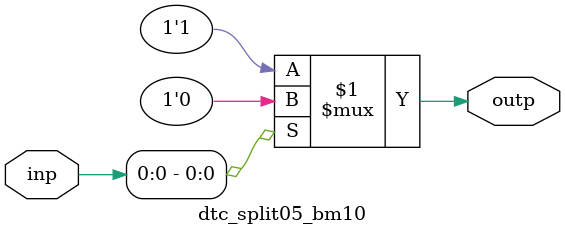
<source format=v>
module dtc_split05_bm10 (
	input  wire [5-1:0] inp,
	output wire [1-1:0] outp
);


	assign outp = (inp[0]) ? 1'b0 : 1'b1;

endmodule
</source>
